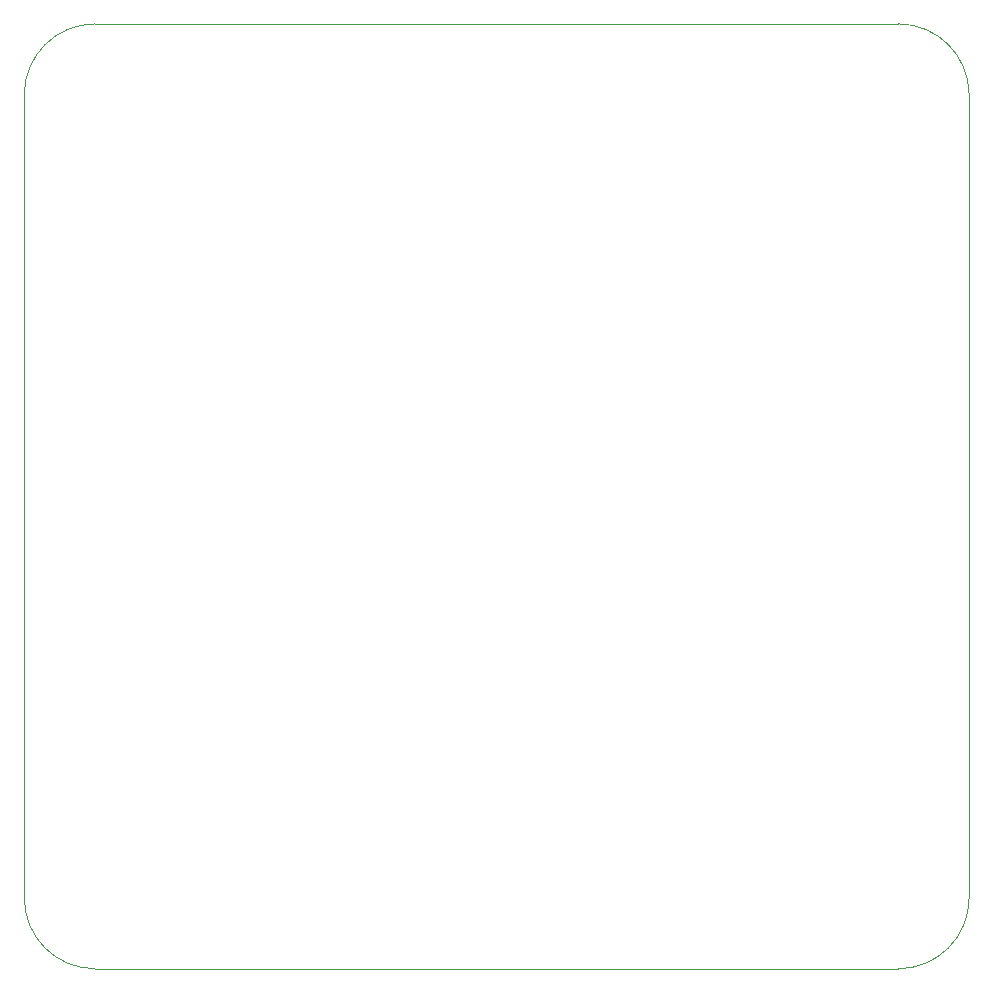
<source format=gbr>
%TF.GenerationSoftware,KiCad,Pcbnew,(6.0.10)*%
%TF.CreationDate,2023-02-21T22:54:33+08:00*%
%TF.ProjectId,LutrarmyMic_BatPwr,4c757472-6172-46d7-994d-69635f426174,rev?*%
%TF.SameCoordinates,Original*%
%TF.FileFunction,Profile,NP*%
%FSLAX46Y46*%
G04 Gerber Fmt 4.6, Leading zero omitted, Abs format (unit mm)*
G04 Created by KiCad (PCBNEW (6.0.10)) date 2023-02-21 22:54:33*
%MOMM*%
%LPD*%
G01*
G04 APERTURE LIST*
%TA.AperFunction,Profile*%
%ADD10C,0.100000*%
%TD*%
G04 APERTURE END LIST*
D10*
X186500000Y-140000000D02*
X118500000Y-140000000D01*
X112500000Y-66000000D02*
X112500000Y-134000000D01*
X192500000Y-66000000D02*
G75*
G03*
X186500000Y-60000000I-6000000J0D01*
G01*
X192500000Y-66000000D02*
X192500000Y-134000000D01*
X112500000Y-134000000D02*
G75*
G03*
X118500000Y-140000000I6000000J0D01*
G01*
X118500000Y-60000000D02*
X186500000Y-60000000D01*
X118500000Y-60000000D02*
G75*
G03*
X112500000Y-66000000I0J-6000000D01*
G01*
X186500000Y-140000000D02*
G75*
G03*
X192500000Y-134000000I0J6000000D01*
G01*
M02*

</source>
